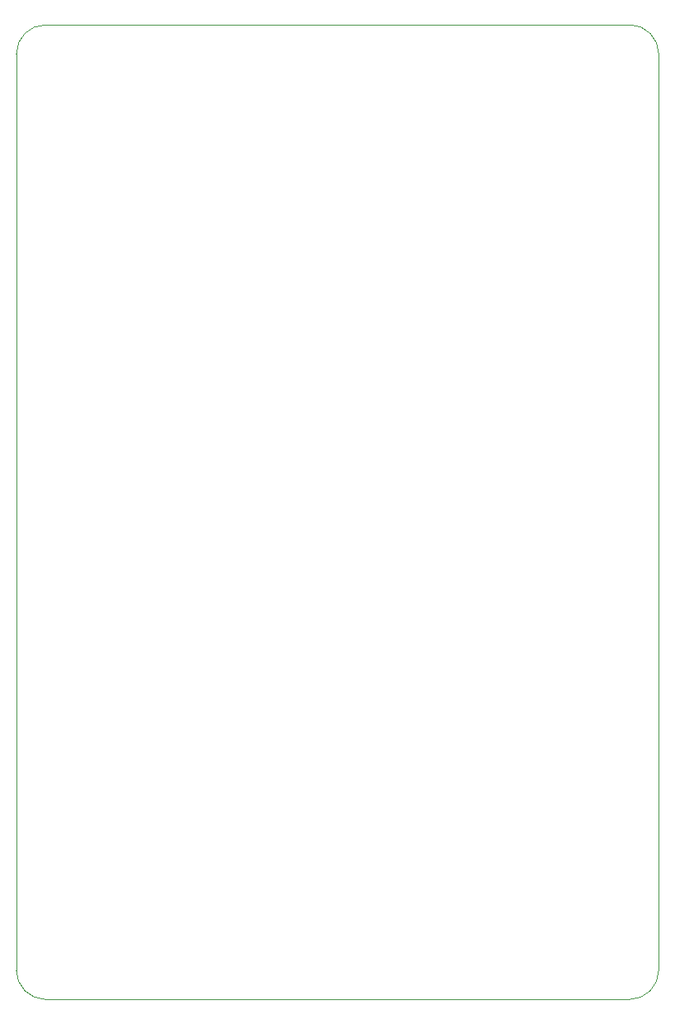
<source format=gbr>
G04 #@! TF.GenerationSoftware,KiCad,Pcbnew,(5.1.6)-1*
G04 #@! TF.CreationDate,2020-09-12T13:36:04-05:00*
G04 #@! TF.ProjectId,ContactorDriver,436f6e74-6163-4746-9f72-447269766572,rev?*
G04 #@! TF.SameCoordinates,Original*
G04 #@! TF.FileFunction,Profile,NP*
%FSLAX46Y46*%
G04 Gerber Fmt 4.6, Leading zero omitted, Abs format (unit mm)*
G04 Created by KiCad (PCBNEW (5.1.6)-1) date 2020-09-12 13:36:04*
%MOMM*%
%LPD*%
G01*
G04 APERTURE LIST*
G04 #@! TA.AperFunction,Profile*
%ADD10C,0.050000*%
G04 #@! TD*
G04 APERTURE END LIST*
D10*
X167000000Y-168000000D02*
G75*
G02*
X164000000Y-165000000I0J3000000D01*
G01*
X164000000Y-71000000D02*
G75*
G02*
X167000000Y-68000000I3000000J0D01*
G01*
X227000000Y-68000000D02*
G75*
G02*
X230000000Y-71000000I0J-3000000D01*
G01*
X230000000Y-165000000D02*
G75*
G02*
X227000000Y-168000000I-3000000J0D01*
G01*
X167000000Y-168000000D02*
X227000000Y-168000000D01*
X164000000Y-71000000D02*
X164000000Y-165000000D01*
X227000000Y-68000000D02*
X167000000Y-68000000D01*
X230000000Y-165000000D02*
X230000000Y-71000000D01*
M02*

</source>
